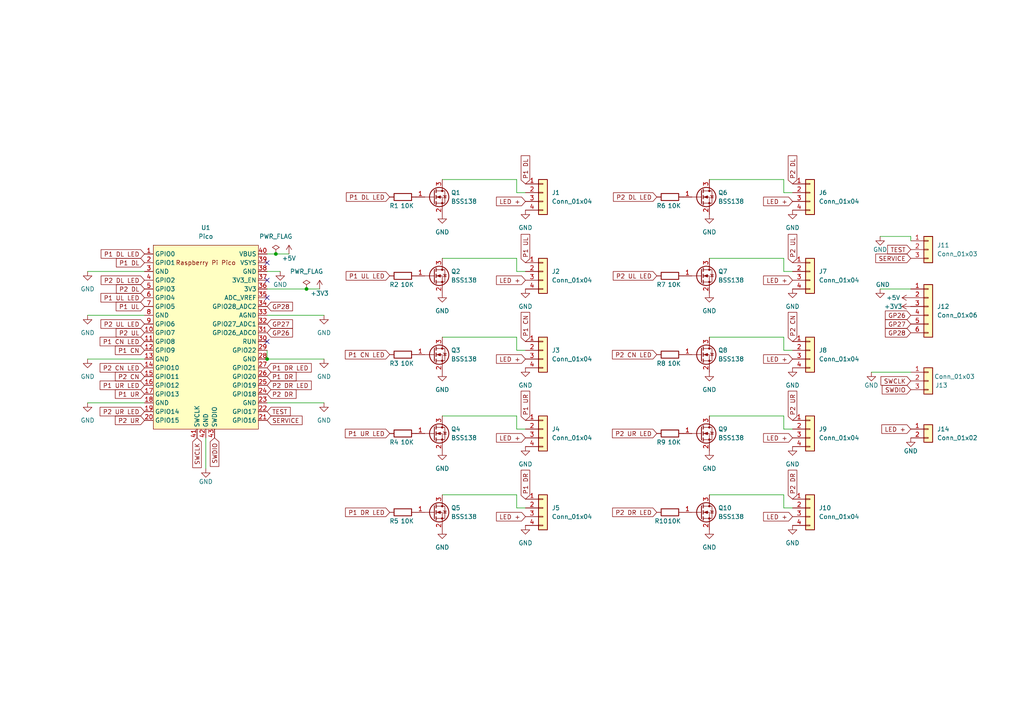
<source format=kicad_sch>
(kicad_sch (version 20211123) (generator eeschema)
  (paper "A4")
  (lib_symbols
    (symbol "Connector_Generic:Conn_01x02" (pin_names (offset 1.016) hide)
      (property "Reference" "J" (at 0 2.54 0))
      (property "Value" "Conn_01x02" (at 0 -5.08 0))
      (symbol "Conn_01x02_1_1"
        (rectangle (start -1.27 -2.413) (end 0 -2.667) (stroke (width 0.1524)))
        (rectangle (start -1.27 0.127) (end 0 -0.127) (stroke (width 0.1524)))
        (rectangle (start -1.27 1.27) (end 1.27 -3.81) (stroke (width 0.254)) (fill (type background)))
        (pin passive line (at -5.08 0 0) (length 3.81) (name "Pin_1") (number "1"))
        (pin passive line (at -5.08 -2.54 0) (length 3.81) (name "Pin_2") (number "2"))
      )
    )
    (symbol "Connector_Generic:Conn_01x03" (pin_names (offset 1.016) hide)
      (property "Reference" "J" (at 0 5.08 0))
      (property "Value" "Conn_01x03" (at 0 -5.08 0))
      (symbol "Conn_01x03_1_1"
        (rectangle (start -1.27 -2.413) (end 0 -2.667) (stroke (width 0.1524)))
        (rectangle (start -1.27 0.127) (end 0 -0.127) (stroke (width 0.1524)))
        (rectangle (start -1.27 2.667) (end 0 2.413) (stroke (width 0.1524)))
        (rectangle (start -1.27 3.81) (end 1.27 -3.81) (stroke (width 0.254)) (fill (type background)))
        (pin passive line (at -5.08 2.54 0) (length 3.81) (name "Pin_1") (number "1"))
        (pin passive line (at -5.08 0 0) (length 3.81) (name "Pin_2") (number "2"))
        (pin passive line (at -5.08 -2.54 0) (length 3.81) (name "Pin_3") (number "3"))
      )
    )
    (symbol "Connector_Generic:Conn_01x04" (pin_names (offset 1.016) hide)
      (property "Reference" "J" (at 0 5.08 0))
      (property "Value" "Conn_01x04" (at 0 -7.62 0))
      (symbol "Conn_01x04_1_1"
        (rectangle (start -1.27 -4.953) (end 0 -5.207) (stroke (width 0.1524)))
        (rectangle (start -1.27 -2.413) (end 0 -2.667) (stroke (width 0.1524)))
        (rectangle (start -1.27 0.127) (end 0 -0.127) (stroke (width 0.1524)))
        (rectangle (start -1.27 2.667) (end 0 2.413) (stroke (width 0.1524)))
        (rectangle (start -1.27 3.81) (end 1.27 -6.35) (stroke (width 0.254)) (fill (type background)))
        (pin passive line (at -5.08 2.54 0) (length 3.81) (name "Pin_1") (number "1"))
        (pin passive line (at -5.08 0 0) (length 3.81) (name "Pin_2") (number "2"))
        (pin passive line (at -5.08 -2.54 0) (length 3.81) (name "Pin_3") (number "3"))
        (pin passive line (at -5.08 -5.08 0) (length 3.81) (name "Pin_4") (number "4"))
      )
    )
    (symbol "Connector_Generic:Conn_01x06" (pin_names (offset 1.016) hide)
      (property "Reference" "J" (at 0 7.62 0))
      (property "Value" "Conn_01x06" (at 0 -10.16 0))
      (symbol "Conn_01x06_1_1"
        (rectangle (start -1.27 -7.493) (end 0 -7.747) (stroke (width 0.1524)))
        (rectangle (start -1.27 -4.953) (end 0 -5.207) (stroke (width 0.1524)))
        (rectangle (start -1.27 -2.413) (end 0 -2.667) (stroke (width 0.1524)))
        (rectangle (start -1.27 0.127) (end 0 -0.127) (stroke (width 0.1524)))
        (rectangle (start -1.27 2.667) (end 0 2.413) (stroke (width 0.1524)))
        (rectangle (start -1.27 5.207) (end 0 4.953) (stroke (width 0.1524)))
        (rectangle (start -1.27 6.35) (end 1.27 -8.89) (stroke (width 0.254)) (fill (type background)))
        (pin passive line (at -5.08 5.08 0) (length 3.81) (name "Pin_1") (number "1"))
        (pin passive line (at -5.08 2.54 0) (length 3.81) (name "Pin_2") (number "2"))
        (pin passive line (at -5.08 0 0) (length 3.81) (name "Pin_3") (number "3"))
        (pin passive line (at -5.08 -2.54 0) (length 3.81) (name "Pin_4") (number "4"))
        (pin passive line (at -5.08 -5.08 0) (length 3.81) (name "Pin_5") (number "5"))
        (pin passive line (at -5.08 -7.62 0) (length 3.81) (name "Pin_6") (number "6"))
      )
    )
    (symbol "Device:R" (pin_numbers hide) (pin_names (offset 0))
      (property "Reference" "R" (at 2.032 0 90))
      (property "Value" "R" (at 0 0 90))
      (symbol "R_0_1"
        (rectangle (start -1.016 -2.54) (end 1.016 2.54) (stroke (width 0.254)))
      )
      (symbol "R_1_1"
        (pin passive line (at 0 3.81 270) (length 1.27) (name "~") (number "1"))
        (pin passive line (at 0 -3.81 90) (length 1.27) (name "~") (number "2"))
      )
    )
    (symbol "MCU_RaspberryPi_and_Boards:Pico"
      (property "Reference" "U" (at -13.97 27.94 0))
      (property "Value" "Pico" (at 0 19.05 0))
      (symbol "Pico_0_0"
        (text "Raspberry Pi Pico" (at 0 21.59 0) (effects (font (size 1.27 1.27))))
      )
      (symbol "Pico_0_1"
        (rectangle (start -15.24 26.67) (end 15.24 -26.67) (fill (type background)))
      )
      (symbol "Pico_1_1"
        (pin bidirectional line (at -17.78 24.13 0) (length 2.54) (name "GPIO0") (number "1"))
        (pin bidirectional line (at -17.78 1.27 0) (length 2.54) (name "GPIO7") (number "10"))
        (pin bidirectional line (at -17.78 -1.27 0) (length 2.54) (name "GPIO8") (number "11"))
        (pin bidirectional line (at -17.78 -3.81 0) (length 2.54) (name "GPIO9") (number "12"))
        (pin power_in line (at -17.78 -6.35 0) (length 2.54) (name "GND") (number "13"))
        (pin bidirectional line (at -17.78 -8.89 0) (length 2.54) (name "GPIO10") (number "14"))
        (pin bidirectional line (at -17.78 -11.43 0) (length 2.54) (name "GPIO11") (number "15"))
        (pin bidirectional line (at -17.78 -13.97 0) (length 2.54) (name "GPIO12") (number "16"))
        (pin bidirectional line (at -17.78 -16.51 0) (length 2.54) (name "GPIO13") (number "17"))
        (pin power_in line (at -17.78 -19.05 0) (length 2.54) (name "GND") (number "18"))
        (pin bidirectional line (at -17.78 -21.59 0) (length 2.54) (name "GPIO14") (number "19"))
        (pin bidirectional line (at -17.78 21.59 0) (length 2.54) (name "GPIO1") (number "2"))
        (pin bidirectional line (at -17.78 -24.13 0) (length 2.54) (name "GPIO15") (number "20"))
        (pin bidirectional line (at 17.78 -24.13 180) (length 2.54) (name "GPIO16") (number "21"))
        (pin bidirectional line (at 17.78 -21.59 180) (length 2.54) (name "GPIO17") (number "22"))
        (pin power_in line (at 17.78 -19.05 180) (length 2.54) (name "GND") (number "23"))
        (pin bidirectional line (at 17.78 -16.51 180) (length 2.54) (name "GPIO18") (number "24"))
        (pin bidirectional line (at 17.78 -13.97 180) (length 2.54) (name "GPIO19") (number "25"))
        (pin bidirectional line (at 17.78 -11.43 180) (length 2.54) (name "GPIO20") (number "26"))
        (pin bidirectional line (at 17.78 -8.89 180) (length 2.54) (name "GPIO21") (number "27"))
        (pin power_in line (at 17.78 -6.35 180) (length 2.54) (name "GND") (number "28"))
        (pin bidirectional line (at 17.78 -3.81 180) (length 2.54) (name "GPIO22") (number "29"))
        (pin power_in line (at -17.78 19.05 0) (length 2.54) (name "GND") (number "3"))
        (pin input line (at 17.78 -1.27 180) (length 2.54) (name "RUN") (number "30"))
        (pin bidirectional line (at 17.78 1.27 180) (length 2.54) (name "GPIO26_ADC0") (number "31"))
        (pin bidirectional line (at 17.78 3.81 180) (length 2.54) (name "GPIO27_ADC1") (number "32"))
        (pin power_in line (at 17.78 6.35 180) (length 2.54) (name "AGND") (number "33"))
        (pin bidirectional line (at 17.78 8.89 180) (length 2.54) (name "GPIO28_ADC2") (number "34"))
        (pin power_in line (at 17.78 11.43 180) (length 2.54) (name "ADC_VREF") (number "35"))
        (pin power_in line (at 17.78 13.97 180) (length 2.54) (name "3V3") (number "36"))
        (pin input line (at 17.78 16.51 180) (length 2.54) (name "3V3_EN") (number "37"))
        (pin bidirectional line (at 17.78 19.05 180) (length 2.54) (name "GND") (number "38"))
        (pin power_in line (at 17.78 21.59 180) (length 2.54) (name "VSYS") (number "39"))
        (pin bidirectional line (at -17.78 16.51 0) (length 2.54) (name "GPIO2") (number "4"))
        (pin power_in line (at 17.78 24.13 180) (length 2.54) (name "VBUS") (number "40"))
        (pin input line (at -2.54 -29.21 90) (length 2.54) (name "SWCLK") (number "41"))
        (pin power_in line (at 0 -29.21 90) (length 2.54) (name "GND") (number "42"))
        (pin bidirectional line (at 2.54 -29.21 90) (length 2.54) (name "SWDIO") (number "43"))
        (pin bidirectional line (at -17.78 13.97 0) (length 2.54) (name "GPIO3") (number "5"))
        (pin bidirectional line (at -17.78 11.43 0) (length 2.54) (name "GPIO4") (number "6"))
        (pin bidirectional line (at -17.78 8.89 0) (length 2.54) (name "GPIO5") (number "7"))
        (pin power_in line (at -17.78 6.35 0) (length 2.54) (name "GND") (number "8"))
        (pin bidirectional line (at -17.78 3.81 0) (length 2.54) (name "GPIO6") (number "9"))
      )
    )
    (symbol "Transistor_FET:BSS138" (pin_names hide)
      (property "Reference" "Q" (at 5.08 1.905 0))
      (property "Value" "BSS138" (at 5.08 0 0))
      (symbol "BSS138_0_1"
        (polyline (pts (xy 0.254 0) (xy -2.54 0)))
        (polyline (pts (xy 0.254 1.905) (xy 0.254 -1.905)) (stroke (width 0.254)))
        (polyline (pts (xy 0.762 -1.27) (xy 0.762 -2.286)) (stroke (width 0.254)))
        (polyline (pts (xy 0.762 0.508) (xy 0.762 -0.508)) (stroke (width 0.254)))
        (polyline (pts (xy 0.762 2.286) (xy 0.762 1.27)) (stroke (width 0.254)))
        (polyline (pts (xy 2.54 2.54) (xy 2.54 1.778)))
        (polyline (pts (xy 2.54 -2.54) (xy 2.54 0) (xy 0.762 0)))
        (polyline (pts (xy 0.762 -1.778) (xy 3.302 -1.778) (xy 3.302 1.778) (xy 0.762 1.778)))
        (polyline (pts (xy 1.016 0) (xy 2.032 0.381) (xy 2.032 -0.381) (xy 1.016 0)) (fill (type outline)))
        (polyline (pts (xy 2.794 0.508) (xy 2.921 0.381) (xy 3.683 0.381) (xy 3.81 0.254)))
        (polyline (pts (xy 3.302 0.381) (xy 2.921 -0.254) (xy 3.683 -0.254) (xy 3.302 0.381)))
        (circle (center 1.651 0) (radius 2.794) (stroke (width 0.254)))
        (circle (center 2.54 -1.778) (radius 0.254) (fill (type outline)))
        (circle (center 2.54 1.778) (radius 0.254) (fill (type outline)))
      )
      (symbol "BSS138_1_1"
        (pin input line (at -5.08 0 0) (length 2.54) (name "G") (number "1"))
        (pin passive line (at 2.54 -5.08 90) (length 2.54) (name "S") (number "2"))
        (pin passive line (at 2.54 5.08 270) (length 2.54) (name "D") (number "3"))
      )
    )
    (symbol "power:+3V3" (power) (pin_names (offset 0))
      (property "Value" "+3V3" (at 0 3.556 0))
      (symbol "+3V3_0_1"
        (polyline (pts (xy -0.762 1.27) (xy 0 2.54)))
        (polyline (pts (xy 0 0) (xy 0 2.54)))
        (polyline (pts (xy 0 2.54) (xy 0.762 1.27)))
      )
      (symbol "+3V3_1_1"
        (pin power_in line (at 0 0 90) (length 0) hide (name "+3V3") (number "1"))
      )
    )
    (symbol "power:+5V" (power) (pin_names (offset 0))
      (property "Value" "+5V" (at 0 3.556 0))
      (symbol "+5V_0_1"
        (polyline (pts (xy -0.762 1.27) (xy 0 2.54)))
        (polyline (pts (xy 0 0) (xy 0 2.54)))
        (polyline (pts (xy 0 2.54) (xy 0.762 1.27)))
      )
      (symbol "+5V_1_1"
        (pin power_in line (at 0 0 90) (length 0) hide (name "+5V") (number "1"))
      )
    )
    (symbol "power:GND" (power) (pin_names (offset 0))
      (property "Value" "GND" (at 0 -3.81 0))
      (symbol "GND_0_1"
        (polyline (pts (xy 0 0) (xy 0 -1.27) (xy 1.27 -1.27) (xy 0 -2.54) (xy -1.27 -1.27) (xy 0 -1.27)))
      )
      (symbol "GND_1_1"
        (pin power_in line (at 0 0 270) (length 0) hide (name "GND") (number "1"))
      )
    )
    (symbol "power:PWR_FLAG" (power) (pin_numbers hide) (pin_names (offset 0) hide)
      (property "Value" "PWR_FLAG" (at 0 3.81 0))
      (symbol "PWR_FLAG_0_0"
        (pin power_out line (at 0 0 90) (length 0) (name "pwr") (number "1"))
      )
      (symbol "PWR_FLAG_0_1"
        (polyline (pts (xy 0 0) (xy 0 1.27) (xy -1.016 1.905) (xy 0 2.54) (xy 1.016 1.905) (xy 0 1.27)))
      )
    )
  )
  (junction (at 88.9 83.82))
  (junction (at 80.01 73.66))
  (junction (at 77.47 104.14))
  (no_connect (at 77.47 86.36))
  (no_connect (at 77.47 81.28))
  (no_connect (at 77.47 99.06))
  (no_connect (at 77.47 76.2))
  (wire (pts (xy 149.86 124.46) (xy 152.4 124.46)))
  (wire (pts (xy 264.16 68.58) (xy 264.16 69.85)))
  (wire (pts (xy 128.27 97.79) (xy 149.86 97.79)))
  (wire (pts (xy 25.4 91.44) (xy 41.91 91.44)))
  (wire (pts (xy 227.33 147.32) (xy 229.87 147.32)))
  (wire (pts (xy 227.33 101.6) (xy 229.87 101.6)))
  (wire (pts (xy 205.74 97.79) (xy 227.33 97.79)))
  (wire (pts (xy 205.74 52.07) (xy 227.33 52.07)))
  (wire (pts (xy 149.86 55.88) (xy 152.4 55.88)))
  (wire (pts (xy 205.74 74.93) (xy 227.33 74.93)))
  (wire (pts (xy 227.33 124.46) (xy 229.87 124.46)))
  (wire (pts (xy 227.33 52.07) (xy 227.33 55.88)))
  (wire (pts (xy 149.86 143.51) (xy 149.86 147.32)))
  (wire (pts (xy 59.69 135.89) (xy 59.69 127)))
  (wire (pts (xy 25.4 116.84) (xy 41.91 116.84)))
  (wire (pts (xy 25.4 104.14) (xy 41.91 104.14)))
  (wire (pts (xy 205.74 143.51) (xy 227.33 143.51)))
  (wire (pts (xy 227.33 55.88) (xy 229.87 55.88)))
  (wire (pts (xy 77.47 83.82) (xy 88.9 83.82)))
  (wire (pts (xy 77.47 116.84) (xy 93.98 116.84)))
  (wire (pts (xy 149.86 120.65) (xy 149.86 124.46)))
  (wire (pts (xy 252.73 107.95) (xy 264.16 107.95)))
  (wire (pts (xy 77.47 91.44) (xy 93.98 91.44)))
  (wire (pts (xy 227.33 143.51) (xy 227.33 147.32)))
  (wire (pts (xy 77.47 73.66) (xy 80.01 73.66)))
  (wire (pts (xy 128.27 143.51) (xy 149.86 143.51)))
  (wire (pts (xy 88.9 83.82) (xy 92.71 83.82)))
  (wire (pts (xy 227.33 97.79) (xy 227.33 101.6)))
  (wire (pts (xy 205.74 120.65) (xy 227.33 120.65)))
  (wire (pts (xy 149.86 52.07) (xy 149.86 55.88)))
  (wire (pts (xy 77.47 78.74) (xy 81.28 78.74)))
  (wire (pts (xy 149.86 78.74) (xy 152.4 78.74)))
  (wire (pts (xy 255.27 68.58) (xy 264.16 68.58)))
  (wire (pts (xy 255.27 83.82) (xy 264.16 83.82)))
  (wire (pts (xy 227.33 74.93) (xy 227.33 78.74)))
  (wire (pts (xy 77.47 104.14) (xy 93.98 104.14)))
  (wire (pts (xy 128.27 120.65) (xy 149.86 120.65)))
  (wire (pts (xy 149.86 101.6) (xy 152.4 101.6)))
  (wire (pts (xy 149.86 74.93) (xy 149.86 78.74)))
  (wire (pts (xy 80.01 73.66) (xy 83.82 73.66)))
  (wire (pts (xy 149.86 147.32) (xy 152.4 147.32)))
  (wire (pts (xy 77.47 101.6) (xy 77.47 104.14)))
  (wire (pts (xy 128.27 52.07) (xy 149.86 52.07)))
  (wire (pts (xy 227.33 78.74) (xy 229.87 78.74)))
  (wire (pts (xy 149.86 97.79) (xy 149.86 101.6)))
  (wire (pts (xy 227.33 120.65) (xy 227.33 124.46)))
  (wire (pts (xy 25.4 78.74) (xy 41.91 78.74)))
  (wire (pts (xy 128.27 74.93) (xy 149.86 74.93)))
  (global_label "P2 DL" (shape input) (at 41.91 83.82 180) (property "Intersheet References" "${INTERSHEET_REFS}" (effects hide)))
  (global_label "P2 DR LED" (shape input) (at 190.5 148.59 180) (property "Intersheet References" "${INTERSHEET_REFS}" (effects hide)))
  (global_label "P1 DR" (shape input) (at 152.4 144.78 90) (property "Intersheet References" "${INTERSHEET_REFS}" (effects hide)))
  (global_label "P2 UL LED" (shape input) (at 190.5 80.01 180) (property "Intersheet References" "${INTERSHEET_REFS}" (effects hide)))
  (global_label "P1 UL LED" (shape input) (at 113.03 80.01 180) (property "Intersheet References" "${INTERSHEET_REFS}" (effects hide)))
  (global_label "SWDIO" (shape input) (at 264.16 113.03 180) (property "Intersheet References" "${INTERSHEET_REFS}" (effects hide)))
  (global_label "P1 DR LED" (shape input) (at 113.03 148.59 180) (property "Intersheet References" "${INTERSHEET_REFS}" (effects hide)))
  (global_label "GP27" (shape input) (at 264.16 93.98 180) (property "Intersheet References" "${INTERSHEET_REFS}" (effects hide)))
  (global_label "P2 CN" (shape input) (at 41.91 109.22 180) (property "Intersheet References" "${INTERSHEET_REFS}" (effects hide)))
  (global_label "P1 CN" (shape input) (at 152.4 99.06 90) (property "Intersheet References" "${INTERSHEET_REFS}" (effects hide)))
  (global_label "LED +" (shape input) (at 152.4 127 180) (property "Intersheet References" "${INTERSHEET_REFS}" (effects hide)))
  (global_label "P2 UR LED" (shape input) (at 41.91 119.38 180) (property "Intersheet References" "${INTERSHEET_REFS}" (effects hide)))
  (global_label "LED +" (shape input) (at 229.87 127 180) (property "Intersheet References" "${INTERSHEET_REFS}" (effects hide)))
  (global_label "SWCLK" (shape input) (at 57.15 127 270) (property "Intersheet References" "${INTERSHEET_REFS}" (effects hide)))
  (global_label "P2 UR" (shape input) (at 229.87 121.92 90) (property "Intersheet References" "${INTERSHEET_REFS}" (effects hide)))
  (global_label "P1 DR" (shape input) (at 77.47 109.22 0) (property "Intersheet References" "${INTERSHEET_REFS}" (effects hide)))
  (global_label "GP28" (shape input) (at 264.16 96.52 180) (property "Intersheet References" "${INTERSHEET_REFS}" (effects hide)))
  (global_label "P2 UL" (shape input) (at 41.91 96.52 180) (property "Intersheet References" "${INTERSHEET_REFS}" (effects hide)))
  (global_label "P1 UL" (shape input) (at 152.4 76.2 90) (property "Intersheet References" "${INTERSHEET_REFS}" (effects hide)))
  (global_label "P2 CN LED" (shape input) (at 190.5 102.87 180) (property "Intersheet References" "${INTERSHEET_REFS}" (effects hide)))
  (global_label "P1 UR" (shape input) (at 41.91 114.3 180) (property "Intersheet References" "${INTERSHEET_REFS}" (effects hide)))
  (global_label "SERVICE" (shape input) (at 264.16 74.93 180) (property "Intersheet References" "${INTERSHEET_REFS}" (effects hide)))
  (global_label "P1 UL LED" (shape input) (at 41.91 86.36 180) (property "Intersheet References" "${INTERSHEET_REFS}" (effects hide)))
  (global_label "P1 UL" (shape input) (at 41.91 88.9 180) (property "Intersheet References" "${INTERSHEET_REFS}" (effects hide)))
  (global_label "LED +" (shape input) (at 152.4 104.14 180) (property "Intersheet References" "${INTERSHEET_REFS}" (effects hide)))
  (global_label "P2 UR LED" (shape input) (at 190.5 125.73 180) (property "Intersheet References" "${INTERSHEET_REFS}" (effects hide)))
  (global_label "P1 DL" (shape input) (at 152.4 53.34 90) (property "Intersheet References" "${INTERSHEET_REFS}" (effects hide)))
  (global_label "P1 DL" (shape input) (at 41.91 76.2 180) (property "Intersheet References" "${INTERSHEET_REFS}" (effects hide)))
  (global_label "LED +" (shape input) (at 152.4 58.42 180) (property "Intersheet References" "${INTERSHEET_REFS}" (effects hide)))
  (global_label "LED +" (shape input) (at 229.87 149.86 180) (property "Intersheet References" "${INTERSHEET_REFS}" (effects hide)))
  (global_label "LED +" (shape input) (at 152.4 81.28 180) (property "Intersheet References" "${INTERSHEET_REFS}" (effects hide)))
  (global_label "P2 UL" (shape input) (at 229.87 76.2 90) (property "Intersheet References" "${INTERSHEET_REFS}" (effects hide)))
  (global_label "SWDIO" (shape input) (at 62.23 127 270) (property "Intersheet References" "${INTERSHEET_REFS}" (effects hide)))
  (global_label "LED +" (shape input) (at 229.87 58.42 180) (property "Intersheet References" "${INTERSHEET_REFS}" (effects hide)))
  (global_label "P2 UR" (shape input) (at 41.91 121.92 180) (property "Intersheet References" "${INTERSHEET_REFS}" (effects hide)))
  (global_label "P2 DL" (shape input) (at 229.87 53.34 90) (property "Intersheet References" "${INTERSHEET_REFS}" (effects hide)))
  (global_label "TEST" (shape input) (at 264.16 72.39 180) (property "Intersheet References" "${INTERSHEET_REFS}" (effects hide)))
  (global_label "P2 CN" (shape input) (at 229.87 99.06 90) (property "Intersheet References" "${INTERSHEET_REFS}" (effects hide)))
  (global_label "P2 DR" (shape input) (at 229.87 144.78 90) (property "Intersheet References" "${INTERSHEET_REFS}" (effects hide)))
  (global_label "GP27" (shape input) (at 77.47 93.98 0) (property "Intersheet References" "${INTERSHEET_REFS}" (effects hide)))
  (global_label "LED +" (shape input) (at 264.16 124.46 180) (property "Intersheet References" "${INTERSHEET_REFS}" (effects hide)))
  (global_label "P1 UR LED" (shape input) (at 41.91 111.76 180) (property "Intersheet References" "${INTERSHEET_REFS}" (effects hide)))
  (global_label "SERVICE" (shape input) (at 77.47 121.92 0) (property "Intersheet References" "${INTERSHEET_REFS}" (effects hide)))
  (global_label "P2 UL LED" (shape input) (at 41.91 93.98 180) (property "Intersheet References" "${INTERSHEET_REFS}" (effects hide)))
  (global_label "P2 DR" (shape input) (at 77.47 114.3 0) (property "Intersheet References" "${INTERSHEET_REFS}" (effects hide)))
  (global_label "P1 CN LED" (shape input) (at 41.91 99.06 180) (property "Intersheet References" "${INTERSHEET_REFS}" (effects hide)))
  (global_label "GP28" (shape input) (at 77.47 88.9 0) (property "Intersheet References" "${INTERSHEET_REFS}" (effects hide)))
  (global_label "LED +" (shape input) (at 229.87 81.28 180) (property "Intersheet References" "${INTERSHEET_REFS}" (effects hide)))
  (global_label "P1 UR LED" (shape input) (at 113.03 125.73 180) (property "Intersheet References" "${INTERSHEET_REFS}" (effects hide)))
  (global_label "P2 DR LED" (shape input) (at 77.47 111.76 0) (property "Intersheet References" "${INTERSHEET_REFS}" (effects hide)))
  (global_label "SWCLK" (shape input) (at 264.16 110.49 180) (property "Intersheet References" "${INTERSHEET_REFS}" (effects hide)))
  (global_label "P2 DL LED" (shape input) (at 190.5 57.15 180) (property "Intersheet References" "${INTERSHEET_REFS}" (effects hide)))
  (global_label "GP26" (shape input) (at 264.16 91.44 180) (property "Intersheet References" "${INTERSHEET_REFS}" (effects hide)))
  (global_label "P1 DL LED" (shape input) (at 41.91 73.66 180) (property "Intersheet References" "${INTERSHEET_REFS}" (effects hide)))
  (global_label "TEST" (shape input) (at 77.47 119.38 0) (property "Intersheet References" "${INTERSHEET_REFS}" (effects hide)))
  (global_label "LED +" (shape input) (at 152.4 149.86 180) (property "Intersheet References" "${INTERSHEET_REFS}" (effects hide)))
  (global_label "P1 DR LED" (shape input) (at 77.47 106.68 0) (property "Intersheet References" "${INTERSHEET_REFS}" (effects hide)))
  (global_label "P1 CN LED" (shape input) (at 113.03 102.87 180) (property "Intersheet References" "${INTERSHEET_REFS}" (effects hide)))
  (global_label "P1 DL LED" (shape input) (at 113.03 57.15 180) (property "Intersheet References" "${INTERSHEET_REFS}" (effects hide)))
  (global_label "P1 UR" (shape input) (at 152.4 121.92 90) (property "Intersheet References" "${INTERSHEET_REFS}" (effects hide)))
  (global_label "P2 DL LED" (shape input) (at 41.91 81.28 180) (property "Intersheet References" "${INTERSHEET_REFS}" (effects hide)))
  (global_label "LED +" (shape input) (at 229.87 104.14 180) (property "Intersheet References" "${INTERSHEET_REFS}" (effects hide)))
  (global_label "P1 CN" (shape input) (at 41.91 101.6 180) (property "Intersheet References" "${INTERSHEET_REFS}" (effects hide)))
  (global_label "P2 CN LED" (shape input) (at 41.91 106.68 180) (property "Intersheet References" "${INTERSHEET_REFS}" (effects hide)))
  (global_label "GP26" (shape input) (at 77.47 96.52 0) (property "Intersheet References" "${INTERSHEET_REFS}" (effects hide)))
  (symbol (lib_id "power:GND") (at 205.74 153.67 0) (unit 1)
    (property "Reference" "#PWR020" (effects hide))
    (property "Value" "GND" (at 205.74 158.75 0))
  )
  (symbol (lib_id "power:GND") (at 255.27 83.82 0) (unit 1)
    (property "Reference" "#PWR0117" (effects hide))
    (property "Value" "GND" (at 254 82.55 0) (effects (justify left)))
  )
  (symbol (lib_id "Device:R") (at 194.31 57.15 90) (unit 1)
    (property "Reference" "R6" (at 191.77 59.69 90))
    (property "Value" "10K" (at 195.58 59.69 90))
    (property "Footprint" "Resistor_SMD:R_0805_2012Metric_Pad1.20x1.40mm_HandSolder" (effects hide))
  )
  (symbol (lib_id "Connector_Generic:Conn_01x03") (at 269.24 110.49 0) (unit 1)
    (property "Reference" "J13" (at 273.05 111.76 0))
    (property "Value" "Conn_01x03" (at 276.86 109.22 0))
    (property "Footprint" "Connector_PinHeader_2.54mm:PinHeader_1x03_P2.54mm_Vertical" (effects hide))
  )
  (symbol (lib_id "power:GND") (at 128.27 153.67 0) (unit 1)
    (property "Reference" "#PWR05" (effects hide))
    (property "Value" "GND" (at 128.27 158.75 0))
  )
  (symbol (lib_id "Connector_Generic:Conn_01x04") (at 157.48 78.74 0) (unit 1)
    (property "Reference" "J2" (at 160.02 78.7399 0) (effects (justify left)))
    (property "Value" "Conn_01x04" (at 160.02 81.2799 0) (effects (justify left)))
    (property "Footprint" "Connector_JST:JST_XH_B4B-XH-A_1x04_P2.50mm_Vertical" (effects hide))
  )
  (symbol (lib_id "power:GND") (at 81.28 78.74 0) (unit 1)
    (property "Reference" "#PWR0124" (effects hide))
    (property "Value" "GND" (at 81.28 82.55 0))
  )
  (symbol (lib_id "Transistor_FET:BSS138") (at 125.73 80.01 0) (unit 1)
    (property "Reference" "Q2" (at 130.81 78.74 0) (effects (justify left)))
    (property "Value" "BSS138" (at 130.81 81.28 0) (effects (justify left)))
    (property "Footprint" "Package_TO_SOT_SMD:SOT-23" (effects hide))
    (property "Datasheet" "https://www.onsemi.com/pub/Collateral/BSS138-D.PDF" (effects hide))
  )
  (symbol (lib_id "Connector_Generic:Conn_01x04") (at 157.48 101.6 0) (unit 1)
    (property "Reference" "J3" (at 160.02 101.5999 0) (effects (justify left)))
    (property "Value" "Conn_01x04" (at 160.02 104.1399 0) (effects (justify left)))
    (property "Footprint" "Connector_JST:JST_XH_B4B-XH-A_1x04_P2.50mm_Vertical" (effects hide))
  )
  (symbol (lib_id "power:+3V3") (at 92.71 83.82 0) (unit 1)
    (property "Reference" "#PWR0125" (effects hide))
    (property "Value" "+3V3" (at 92.71 85.09 0))
  )
  (symbol (lib_id "Device:R") (at 194.31 148.59 90) (unit 1)
    (property "Reference" "R10" (at 191.77 151.13 90))
    (property "Value" "10K" (at 195.58 151.13 90))
    (property "Footprint" "Resistor_SMD:R_0805_2012Metric_Pad1.20x1.40mm_HandSolder" (effects hide))
  )
  (symbol (lib_id "power:GND") (at 93.98 91.44 0) (unit 1)
    (property "Reference" "#PWR0123" (effects hide))
    (property "Value" "GND" (at 93.98 96.52 0))
  )
  (symbol (lib_id "Connector_Generic:Conn_01x04") (at 234.95 101.6 0) (unit 1)
    (property "Reference" "J8" (at 237.49 101.5999 0) (effects (justify left)))
    (property "Value" "Conn_01x04" (at 237.49 104.1399 0) (effects (justify left)))
    (property "Footprint" "Connector_JST:JST_XH_B4B-XH-A_1x04_P2.50mm_Vertical" (effects hide))
  )
  (symbol (lib_id "Device:R") (at 116.84 57.15 90) (unit 1)
    (property "Reference" "R1" (at 114.3 59.69 90))
    (property "Value" "10K" (at 118.11 59.69 90))
    (property "Footprint" "Resistor_SMD:R_0805_2012Metric_Pad1.20x1.40mm_HandSolder" (effects hide))
  )
  (symbol (lib_id "Device:R") (at 194.31 102.87 90) (unit 1)
    (property "Reference" "R8" (at 191.77 105.41 90))
    (property "Value" "10K" (at 195.58 105.41 90))
    (property "Footprint" "Resistor_SMD:R_0805_2012Metric_Pad1.20x1.40mm_HandSolder" (effects hide))
  )
  (symbol (lib_id "power:GND") (at 128.27 85.09 0) (unit 1)
    (property "Reference" "#PWR02" (effects hide))
    (property "Value" "GND" (at 128.27 90.17 0))
  )
  (symbol (lib_id "power:GND") (at 229.87 106.68 0) (unit 1)
    (property "Reference" "#PWR028" (effects hide))
    (property "Value" "GND" (at 229.87 111.76 0))
  )
  (symbol (lib_id "power:GND") (at 264.16 127 0) (unit 1)
    (property "Reference" "#PWR0105" (effects hide))
    (property "Value" "GND" (at 264.16 130.81 0))
  )
  (symbol (lib_id "power:GND") (at 25.4 104.14 0) (unit 1)
    (property "Reference" "#PWR0103" (effects hide))
    (property "Value" "GND" (at 25.4 109.22 0))
  )
  (symbol (lib_id "power:GND") (at 93.98 104.14 0) (unit 1)
    (property "Reference" "#PWR0121" (effects hide))
    (property "Value" "GND" (at 93.98 109.22 0))
  )
  (symbol (lib_id "power:+5V") (at 264.16 86.36 90) (unit 1)
    (property "Reference" "#PWR0116" (effects hide))
    (property "Value" "+5V" (at 259.08 86.36 90))
  )
  (symbol (lib_id "power:PWR_FLAG") (at 88.9 83.82 0) (unit 1)
    (property "Reference" "#FLG0102" (effects hide))
    (property "Value" "PWR_FLAG" (at 88.9 78.74 0))
  )
  (symbol (lib_id "Connector_Generic:Conn_01x04") (at 157.48 124.46 0) (unit 1)
    (property "Reference" "J4" (at 160.02 124.4599 0) (effects (justify left)))
    (property "Value" "Conn_01x04" (at 160.02 126.9999 0) (effects (justify left)))
    (property "Footprint" "Connector_JST:JST_XH_B4B-XH-A_1x04_P2.50mm_Vertical" (effects hide))
  )
  (symbol (lib_id "power:GND") (at 229.87 60.96 0) (unit 1)
    (property "Reference" "#PWR026" (effects hide))
    (property "Value" "GND" (at 229.87 66.04 0))
  )
  (symbol (lib_id "power:GND") (at 25.4 116.84 0) (unit 1)
    (property "Reference" "#PWR0104" (effects hide))
    (property "Value" "GND" (at 25.4 121.92 0))
  )
  (symbol (lib_id "MCU_RaspberryPi_and_Boards:Pico") (at 59.69 97.79 0) (unit 1)
    (property "Reference" "U1" (at 59.69 66.04 0))
    (property "Value" "Pico" (at 59.69 68.58 0))
    (property "Footprint" "MCU_RaspberryPi_and_Boards:RPi_Pico_SMD_TH" (effects hide))
  )
  (symbol (lib_id "power:GND") (at 128.27 62.23 0) (unit 1)
    (property "Reference" "#PWR01" (effects hide))
    (property "Value" "GND" (at 128.27 67.31 0))
  )
  (symbol (lib_id "power:GND") (at 25.4 91.44 0) (unit 1)
    (property "Reference" "#PWR0101" (effects hide))
    (property "Value" "GND" (at 25.4 96.52 0))
  )
  (symbol (lib_id "Device:R") (at 116.84 125.73 90) (unit 1)
    (property "Reference" "R4" (at 114.3 128.27 90))
    (property "Value" "10K" (at 118.11 128.27 90))
    (property "Footprint" "Resistor_SMD:R_0805_2012Metric_Pad1.20x1.40mm_HandSolder" (effects hide))
  )
  (symbol (lib_id "power:+3V3") (at 264.16 88.9 90) (unit 1)
    (property "Reference" "#PWR0115" (effects hide))
    (property "Value" "+3V3" (at 259.08 88.9 90))
  )
  (symbol (lib_id "power:GND") (at 205.74 130.81 0) (unit 1)
    (property "Reference" "#PWR019" (effects hide))
    (property "Value" "GND" (at 205.74 135.89 0))
  )
  (symbol (lib_id "Connector_Generic:Conn_01x04") (at 234.95 147.32 0) (unit 1)
    (property "Reference" "J10" (at 237.49 147.3199 0) (effects (justify left)))
    (property "Value" "Conn_01x04" (at 237.49 149.8599 0) (effects (justify left)))
    (property "Footprint" "Connector_JST:JST_XH_B4B-XH-A_1x04_P2.50mm_Vertical" (effects hide))
  )
  (symbol (lib_id "power:GND") (at 205.74 107.95 0) (unit 1)
    (property "Reference" "#PWR018" (effects hide))
    (property "Value" "GND" (at 205.74 113.03 0))
  )
  (symbol (lib_id "power:GND") (at 152.4 152.4 0) (unit 1)
    (property "Reference" "#PWR015" (effects hide))
    (property "Value" "GND" (at 152.4 157.48 0))
  )
  (symbol (lib_id "power:GND") (at 229.87 129.54 0) (unit 1)
    (property "Reference" "#PWR029" (effects hide))
    (property "Value" "GND" (at 229.87 134.62 0))
  )
  (symbol (lib_id "Device:R") (at 116.84 80.01 90) (unit 1)
    (property "Reference" "R2" (at 114.3 82.55 90))
    (property "Value" "10K" (at 118.11 82.55 90))
    (property "Footprint" "Resistor_SMD:R_0805_2012Metric_Pad1.20x1.40mm_HandSolder" (effects hide))
  )
  (symbol (lib_id "power:GND") (at 59.69 135.89 0) (unit 1)
    (property "Reference" "#PWR0126" (effects hide))
    (property "Value" "GND" (at 59.69 139.7 0))
  )
  (symbol (lib_id "Transistor_FET:BSS138") (at 125.73 57.15 0) (unit 1)
    (property "Reference" "Q1" (at 130.81 55.88 0) (effects (justify left)))
    (property "Value" "BSS138" (at 130.81 58.42 0) (effects (justify left)))
    (property "Footprint" "Package_TO_SOT_SMD:SOT-23" (effects hide))
    (property "Datasheet" "https://www.onsemi.com/pub/Collateral/BSS138-D.PDF" (effects hide))
  )
  (symbol (lib_id "Transistor_FET:BSS138") (at 203.2 57.15 0) (unit 1)
    (property "Reference" "Q6" (at 208.28 55.88 0) (effects (justify left)))
    (property "Value" "BSS138" (at 208.28 58.42 0) (effects (justify left)))
    (property "Footprint" "Package_TO_SOT_SMD:SOT-23" (effects hide))
    (property "Datasheet" "https://www.onsemi.com/pub/Collateral/BSS138-D.PDF" (effects hide))
  )
  (symbol (lib_id "Transistor_FET:BSS138") (at 203.2 102.87 0) (unit 1)
    (property "Reference" "Q8" (at 208.28 101.6 0) (effects (justify left)))
    (property "Value" "BSS138" (at 208.28 104.14 0) (effects (justify left)))
    (property "Footprint" "Package_TO_SOT_SMD:SOT-23" (effects hide))
    (property "Datasheet" "https://www.onsemi.com/pub/Collateral/BSS138-D.PDF" (effects hide))
  )
  (symbol (lib_id "power:GND") (at 229.87 152.4 0) (unit 1)
    (property "Reference" "#PWR030" (effects hide))
    (property "Value" "GND" (at 229.87 157.48 0))
  )
  (symbol (lib_id "Transistor_FET:BSS138") (at 125.73 148.59 0) (unit 1)
    (property "Reference" "Q5" (at 130.81 147.32 0) (effects (justify left)))
    (property "Value" "BSS138" (at 130.81 149.86 0) (effects (justify left)))
    (property "Footprint" "Package_TO_SOT_SMD:SOT-23" (effects hide))
    (property "Datasheet" "https://www.onsemi.com/pub/Collateral/BSS138-D.PDF" (effects hide))
  )
  (symbol (lib_id "power:PWR_FLAG") (at 80.01 73.66 0) (unit 1)
    (property "Reference" "#FLG0101" (effects hide))
    (property "Value" "PWR_FLAG" (at 80.01 68.58 0))
  )
  (symbol (lib_id "power:GND") (at 152.4 83.82 0) (unit 1)
    (property "Reference" "#PWR012" (effects hide))
    (property "Value" "GND" (at 152.4 88.9 0))
  )
  (symbol (lib_id "Transistor_FET:BSS138") (at 203.2 80.01 0) (unit 1)
    (property "Reference" "Q7" (at 208.28 78.74 0) (effects (justify left)))
    (property "Value" "BSS138" (at 208.28 81.28 0) (effects (justify left)))
    (property "Footprint" "Package_TO_SOT_SMD:SOT-23" (effects hide))
    (property "Datasheet" "https://www.onsemi.com/pub/Collateral/BSS138-D.PDF" (effects hide))
  )
  (symbol (lib_id "power:GND") (at 152.4 129.54 0) (unit 1)
    (property "Reference" "#PWR014" (effects hide))
    (property "Value" "GND" (at 152.4 134.62 0))
  )
  (symbol (lib_id "power:GND") (at 229.87 83.82 0) (unit 1)
    (property "Reference" "#PWR027" (effects hide))
    (property "Value" "GND" (at 229.87 88.9 0))
  )
  (symbol (lib_id "power:GND") (at 128.27 130.81 0) (unit 1)
    (property "Reference" "#PWR04" (effects hide))
    (property "Value" "GND" (at 128.27 135.89 0))
  )
  (symbol (lib_id "Connector_Generic:Conn_01x04") (at 234.95 78.74 0) (unit 1)
    (property "Reference" "J7" (at 237.49 78.7399 0) (effects (justify left)))
    (property "Value" "Conn_01x04" (at 237.49 81.2799 0) (effects (justify left)))
    (property "Footprint" "Connector_JST:JST_XH_B4B-XH-A_1x04_P2.50mm_Vertical" (effects hide))
  )
  (symbol (lib_id "Device:R") (at 194.31 125.73 90) (unit 1)
    (property "Reference" "R9" (at 191.77 128.27 90))
    (property "Value" "10K" (at 195.58 128.27 90))
    (property "Footprint" "Resistor_SMD:R_0805_2012Metric_Pad1.20x1.40mm_HandSolder" (effects hide))
  )
  (symbol (lib_id "Device:R") (at 116.84 102.87 90) (unit 1)
    (property "Reference" "R3" (at 114.3 105.41 90))
    (property "Value" "10K" (at 118.11 105.41 90))
    (property "Footprint" "Resistor_SMD:R_0805_2012Metric_Pad1.20x1.40mm_HandSolder" (effects hide))
  )
  (symbol (lib_id "power:GND") (at 152.4 60.96 0) (unit 1)
    (property "Reference" "#PWR011" (effects hide))
    (property "Value" "GND" (at 152.4 66.04 0))
  )
  (symbol (lib_id "Transistor_FET:BSS138") (at 125.73 102.87 0) (unit 1)
    (property "Reference" "Q3" (at 130.81 101.6 0) (effects (justify left)))
    (property "Value" "BSS138" (at 130.81 104.14 0) (effects (justify left)))
    (property "Footprint" "Package_TO_SOT_SMD:SOT-23" (effects hide))
    (property "Datasheet" "https://www.onsemi.com/pub/Collateral/BSS138-D.PDF" (effects hide))
  )
  (symbol (lib_id "Device:R") (at 116.84 148.59 90) (unit 1)
    (property "Reference" "R5" (at 114.3 151.13 90))
    (property "Value" "10K" (at 118.11 151.13 90))
    (property "Footprint" "Resistor_SMD:R_0805_2012Metric_Pad1.20x1.40mm_HandSolder" (effects hide))
  )
  (symbol (lib_id "Connector_Generic:Conn_01x04") (at 157.48 55.88 0) (unit 1)
    (property "Reference" "J1" (at 160.02 55.8799 0) (effects (justify left)))
    (property "Value" "Conn_01x04" (at 160.02 58.4199 0) (effects (justify left)))
    (property "Footprint" "Connector_JST:JST_XH_B4B-XH-A_1x04_P2.50mm_Vertical" (effects hide))
  )
  (symbol (lib_id "power:GND") (at 25.4 78.74 0) (unit 1)
    (property "Reference" "#PWR0102" (effects hide))
    (property "Value" "GND" (at 25.4 83.82 0))
  )
  (symbol (lib_id "power:GND") (at 93.98 116.84 0) (unit 1)
    (property "Reference" "#PWR0122" (effects hide))
    (property "Value" "GND" (at 93.98 121.92 0))
  )
  (symbol (lib_id "Transistor_FET:BSS138") (at 125.73 125.73 0) (unit 1)
    (property "Reference" "Q4" (at 130.81 124.46 0) (effects (justify left)))
    (property "Value" "BSS138" (at 130.81 127 0) (effects (justify left)))
    (property "Footprint" "Package_TO_SOT_SMD:SOT-23" (effects hide))
    (property "Datasheet" "https://www.onsemi.com/pub/Collateral/BSS138-D.PDF" (effects hide))
  )
  (symbol (lib_id "Transistor_FET:BSS138") (at 203.2 148.59 0) (unit 1)
    (property "Reference" "Q10" (at 208.28 147.32 0) (effects (justify left)))
    (property "Value" "BSS138" (at 208.28 149.86 0) (effects (justify left)))
    (property "Footprint" "Package_TO_SOT_SMD:SOT-23" (effects hide))
    (property "Datasheet" "https://www.onsemi.com/pub/Collateral/BSS138-D.PDF" (effects hide))
  )
  (symbol (lib_id "Device:R") (at 194.31 80.01 90) (unit 1)
    (property "Reference" "R7" (at 191.77 82.55 90))
    (property "Value" "10K" (at 195.58 82.55 90))
    (property "Footprint" "Resistor_SMD:R_0805_2012Metric_Pad1.20x1.40mm_HandSolder" (effects hide))
  )
  (symbol (lib_id "power:GND") (at 255.27 68.58 0) (unit 1)
    (property "Reference" "#PWR0118" (effects hide))
    (property "Value" "GND" (at 255.27 72.39 0))
  )
  (symbol (lib_id "Connector_Generic:Conn_01x06") (at 269.24 88.9 0) (unit 1)
    (property "Reference" "J12" (at 271.78 88.8999 0) (effects (justify left)))
    (property "Value" "Conn_01x06" (at 271.78 91.4399 0) (effects (justify left)))
    (property "Footprint" "Connector_JST:JST_XH_B6B-XH-A_1x06_P2.50mm_Vertical" (effects hide))
  )
  (symbol (lib_id "power:+5V") (at 83.82 73.66 0) (unit 1)
    (property "Reference" "#PWR0120" (effects hide))
    (property "Value" "+5V" (at 83.82 74.93 0))
  )
  (symbol (lib_id "Connector_Generic:Conn_01x04") (at 234.95 124.46 0) (unit 1)
    (property "Reference" "J9" (at 237.49 124.4599 0) (effects (justify left)))
    (property "Value" "Conn_01x04" (at 237.49 126.9999 0) (effects (justify left)))
    (property "Footprint" "Connector_JST:JST_XH_B4B-XH-A_1x04_P2.50mm_Vertical" (effects hide))
  )
  (symbol (lib_id "power:GND") (at 252.73 107.95 0) (unit 1)
    (property "Reference" "#PWR0119" (effects hide))
    (property "Value" "GND" (at 252.73 111.76 0))
  )
  (symbol (lib_id "Transistor_FET:BSS138") (at 203.2 125.73 0) (unit 1)
    (property "Reference" "Q9" (at 208.28 124.46 0) (effects (justify left)))
    (property "Value" "BSS138" (at 208.28 127 0) (effects (justify left)))
    (property "Footprint" "Package_TO_SOT_SMD:SOT-23" (effects hide))
    (property "Datasheet" "https://www.onsemi.com/pub/Collateral/BSS138-D.PDF" (effects hide))
  )
  (symbol (lib_id "Connector_Generic:Conn_01x04") (at 157.48 147.32 0) (unit 1)
    (property "Reference" "J5" (at 160.02 147.3199 0) (effects (justify left)))
    (property "Value" "Conn_01x04" (at 160.02 149.8599 0) (effects (justify left)))
    (property "Footprint" "Connector_JST:JST_XH_B4B-XH-A_1x04_P2.50mm_Vertical" (effects hide))
  )
  (symbol (lib_id "power:GND") (at 152.4 106.68 0) (unit 1)
    (property "Reference" "#PWR013" (effects hide))
    (property "Value" "GND" (at 152.4 111.76 0))
  )
  (symbol (lib_id "Connector_Generic:Conn_01x04") (at 234.95 55.88 0) (unit 1)
    (property "Reference" "J6" (at 237.49 55.8799 0) (effects (justify left)))
    (property "Value" "Conn_01x04" (at 237.49 58.4199 0) (effects (justify left)))
    (property "Footprint" "Connector_JST:JST_XH_B4B-XH-A_1x04_P2.50mm_Vertical" (effects hide))
  )
  (symbol (lib_id "power:GND") (at 205.74 62.23 0) (unit 1)
    (property "Reference" "#PWR016" (effects hide))
    (property "Value" "GND" (at 205.74 67.31 0))
  )
  (symbol (lib_id "power:GND") (at 128.27 107.95 0) (unit 1)
    (property "Reference" "#PWR03" (effects hide))
    (property "Value" "GND" (at 128.27 113.03 0))
  )
  (symbol (lib_id "Connector_Generic:Conn_01x03") (at 269.24 72.39 0) (unit 1)
    (property "Reference" "J11" (at 271.78 71.1199 0) (effects (justify left)))
    (property "Value" "Conn_01x03" (at 271.78 73.6599 0) (effects (justify left)))
    (property "Footprint" "Connector_JST:JST_XH_B3B-XH-A_1x03_P2.50mm_Vertical" (effects hide))
  )
  (symbol (lib_id "power:GND") (at 205.74 85.09 0) (unit 1)
    (property "Reference" "#PWR017" (effects hide))
    (property "Value" "GND" (at 205.74 90.17 0))
  )
  (symbol (lib_id "Connector_Generic:Conn_01x02") (at 269.24 124.46 0) (unit 1)
    (property "Reference" "J14" (at 271.78 124.4599 0) (effects (justify left)))
    (property "Value" "Conn_01x02" (at 271.78 126.9999 0) (effects (justify left)))
    (property "Footprint" "Connector_JST:JST_XH_B2B-XH-A_1x02_P2.50mm_Vertical" (effects hide))
  )
)
</source>
